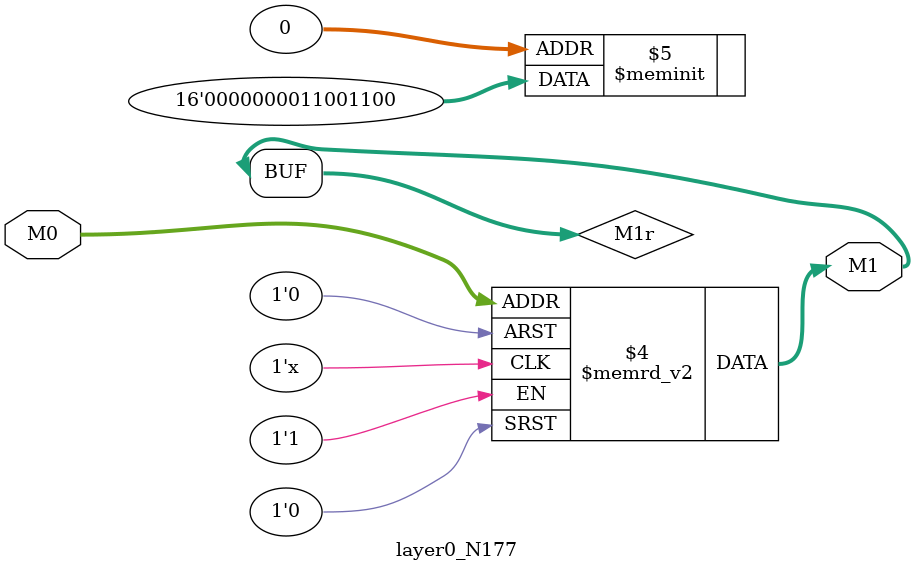
<source format=v>
module layer0_N177 ( input [2:0] M0, output [1:0] M1 );

	(*rom_style = "distributed" *) reg [1:0] M1r;
	assign M1 = M1r;
	always @ (M0) begin
		case (M0)
			3'b000: M1r = 2'b00;
			3'b100: M1r = 2'b00;
			3'b010: M1r = 2'b00;
			3'b110: M1r = 2'b00;
			3'b001: M1r = 2'b11;
			3'b101: M1r = 2'b00;
			3'b011: M1r = 2'b11;
			3'b111: M1r = 2'b00;

		endcase
	end
endmodule

</source>
